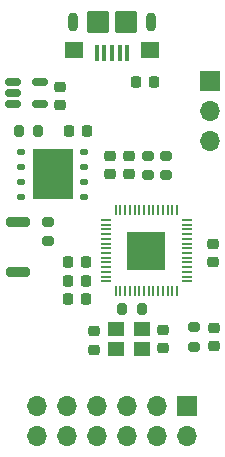
<source format=gbr>
%TF.GenerationSoftware,KiCad,Pcbnew,7.0.9-7.0.9~ubuntu22.04.1*%
%TF.CreationDate,2023-12-01T21:26:13+01:00*%
%TF.ProjectId,rp2040_pmod,72703230-3430-45f7-906d-6f642e6b6963,rev?*%
%TF.SameCoordinates,Original*%
%TF.FileFunction,Soldermask,Top*%
%TF.FilePolarity,Negative*%
%FSLAX46Y46*%
G04 Gerber Fmt 4.6, Leading zero omitted, Abs format (unit mm)*
G04 Created by KiCad (PCBNEW 7.0.9-7.0.9~ubuntu22.04.1) date 2023-12-01 21:26:13*
%MOMM*%
%LPD*%
G01*
G04 APERTURE LIST*
G04 Aperture macros list*
%AMRoundRect*
0 Rectangle with rounded corners*
0 $1 Rounding radius*
0 $2 $3 $4 $5 $6 $7 $8 $9 X,Y pos of 4 corners*
0 Add a 4 corners polygon primitive as box body*
4,1,4,$2,$3,$4,$5,$6,$7,$8,$9,$2,$3,0*
0 Add four circle primitives for the rounded corners*
1,1,$1+$1,$2,$3*
1,1,$1+$1,$4,$5*
1,1,$1+$1,$6,$7*
1,1,$1+$1,$8,$9*
0 Add four rect primitives between the rounded corners*
20,1,$1+$1,$2,$3,$4,$5,0*
20,1,$1+$1,$4,$5,$6,$7,0*
20,1,$1+$1,$6,$7,$8,$9,0*
20,1,$1+$1,$8,$9,$2,$3,0*%
G04 Aperture macros list end*
%ADD10R,1.400000X1.200000*%
%ADD11RoundRect,0.225000X-0.250000X0.225000X-0.250000X-0.225000X0.250000X-0.225000X0.250000X0.225000X0*%
%ADD12RoundRect,0.200000X0.800000X-0.200000X0.800000X0.200000X-0.800000X0.200000X-0.800000X-0.200000X0*%
%ADD13RoundRect,0.225000X0.225000X0.250000X-0.225000X0.250000X-0.225000X-0.250000X0.225000X-0.250000X0*%
%ADD14RoundRect,0.100000X0.100000X0.575000X-0.100000X0.575000X-0.100000X-0.575000X0.100000X-0.575000X0*%
%ADD15O,0.900000X1.600000*%
%ADD16RoundRect,0.250000X0.550000X0.450000X-0.550000X0.450000X-0.550000X-0.450000X0.550000X-0.450000X0*%
%ADD17RoundRect,0.250000X0.700000X0.700000X-0.700000X0.700000X-0.700000X-0.700000X0.700000X-0.700000X0*%
%ADD18RoundRect,0.200000X-0.200000X-0.275000X0.200000X-0.275000X0.200000X0.275000X-0.200000X0.275000X0*%
%ADD19RoundRect,0.218750X0.256250X-0.218750X0.256250X0.218750X-0.256250X0.218750X-0.256250X-0.218750X0*%
%ADD20R,1.700000X1.700000*%
%ADD21O,1.700000X1.700000*%
%ADD22RoundRect,0.125000X-0.250000X-0.125000X0.250000X-0.125000X0.250000X0.125000X-0.250000X0.125000X0*%
%ADD23R,3.400000X4.300000*%
%ADD24RoundRect,0.225000X-0.225000X-0.250000X0.225000X-0.250000X0.225000X0.250000X-0.225000X0.250000X0*%
%ADD25RoundRect,0.225000X0.250000X-0.225000X0.250000X0.225000X-0.250000X0.225000X-0.250000X-0.225000X0*%
%ADD26RoundRect,0.200000X-0.275000X0.200000X-0.275000X-0.200000X0.275000X-0.200000X0.275000X0.200000X0*%
%ADD27RoundRect,0.200000X0.275000X-0.200000X0.275000X0.200000X-0.275000X0.200000X-0.275000X-0.200000X0*%
%ADD28RoundRect,0.150000X-0.512500X-0.150000X0.512500X-0.150000X0.512500X0.150000X-0.512500X0.150000X0*%
%ADD29RoundRect,0.050000X-0.387500X-0.050000X0.387500X-0.050000X0.387500X0.050000X-0.387500X0.050000X0*%
%ADD30RoundRect,0.050000X-0.050000X-0.387500X0.050000X-0.387500X0.050000X0.387500X-0.050000X0.387500X0*%
%ADD31R,3.200000X3.200000*%
G04 APERTURE END LIST*
D10*
%TO.C,Y1*%
X140300000Y-99250000D03*
X142500000Y-99250000D03*
X142500000Y-97550000D03*
X140300000Y-97550000D03*
%TD*%
D11*
%TO.C,C3*%
X138500000Y-97725000D03*
X138500000Y-99275000D03*
%TD*%
D12*
%TO.C,SW1*%
X132000000Y-92700000D03*
X132000000Y-88500000D03*
%TD*%
D13*
%TO.C,C1*%
X137875000Y-80800000D03*
X136325000Y-80800000D03*
%TD*%
D14*
%TO.C,J2*%
X141300000Y-74180000D03*
X140650000Y-74180000D03*
X140000000Y-74180000D03*
X139350000Y-74180000D03*
X138700000Y-74180000D03*
D15*
X143300000Y-71505000D03*
D16*
X143200000Y-73955000D03*
D17*
X141200000Y-71505000D03*
X138800000Y-71505000D03*
D16*
X136800000Y-73955000D03*
D15*
X136700000Y-71505000D03*
%TD*%
D18*
%TO.C,R4*%
X132075000Y-80800000D03*
X133725000Y-80800000D03*
%TD*%
D19*
%TO.C,D1*%
X148600000Y-98987500D03*
X148600000Y-97412500D03*
%TD*%
D20*
%TO.C,J3*%
X148300000Y-76520000D03*
D21*
X148300000Y-79060000D03*
X148300000Y-81600000D03*
%TD*%
D22*
%TO.C,U2*%
X132260000Y-82520000D03*
X132260000Y-83790000D03*
X132260000Y-85060000D03*
X132260000Y-86330000D03*
X137660000Y-86330000D03*
X137660000Y-85060000D03*
X137660000Y-83790000D03*
X137660000Y-82520000D03*
D23*
X134960000Y-84425000D03*
%TD*%
D24*
%TO.C,C7*%
X136260000Y-93460000D03*
X137810000Y-93460000D03*
%TD*%
D11*
%TO.C,C4*%
X141400000Y-82900000D03*
X141400000Y-84450000D03*
%TD*%
%TO.C,C9*%
X148500000Y-90325000D03*
X148500000Y-91875000D03*
%TD*%
D25*
%TO.C,C2*%
X144300000Y-99175000D03*
X144300000Y-97625000D03*
%TD*%
D20*
%TO.C,J1*%
X146350000Y-104060000D03*
D21*
X146350000Y-106600000D03*
X143810000Y-104060000D03*
X143810000Y-106600000D03*
X141270000Y-104060000D03*
X141270000Y-106600000D03*
X138730000Y-104060000D03*
X138730000Y-106600000D03*
X136190000Y-104060000D03*
X136190000Y-106600000D03*
X133650000Y-104060000D03*
X133650000Y-106600000D03*
%TD*%
D26*
%TO.C,R1*%
X143000000Y-82875000D03*
X143000000Y-84525000D03*
%TD*%
D11*
%TO.C,C5*%
X139800000Y-82900000D03*
X139800000Y-84450000D03*
%TD*%
D25*
%TO.C,C11*%
X135600000Y-78575000D03*
X135600000Y-77025000D03*
%TD*%
D26*
%TO.C,R2*%
X144600000Y-82875000D03*
X144600000Y-84525000D03*
%TD*%
D13*
%TO.C,C10*%
X143575000Y-76600000D03*
X142025000Y-76600000D03*
%TD*%
D27*
%TO.C,R6*%
X146900000Y-99025000D03*
X146900000Y-97375000D03*
%TD*%
%TO.C,R5*%
X134600000Y-90125000D03*
X134600000Y-88475000D03*
%TD*%
D24*
%TO.C,C6*%
X136225000Y-91900000D03*
X137775000Y-91900000D03*
%TD*%
D18*
%TO.C,R3*%
X140875000Y-95800000D03*
X142525000Y-95800000D03*
%TD*%
D28*
%TO.C,U3*%
X131625000Y-76600000D03*
X131625000Y-77550000D03*
X131625000Y-78500000D03*
X133900000Y-78500000D03*
X133900000Y-76600000D03*
%TD*%
D24*
%TO.C,C8*%
X136250000Y-95000000D03*
X137800000Y-95000000D03*
%TD*%
D29*
%TO.C,U1*%
X139462500Y-88300000D03*
X139462500Y-88700000D03*
X139462500Y-89100000D03*
X139462500Y-89500000D03*
X139462500Y-89900000D03*
X139462500Y-90300000D03*
X139462500Y-90700000D03*
X139462500Y-91100000D03*
X139462500Y-91500000D03*
X139462500Y-91900000D03*
X139462500Y-92300000D03*
X139462500Y-92700000D03*
X139462500Y-93100000D03*
X139462500Y-93500000D03*
D30*
X140300000Y-94337500D03*
X140700000Y-94337500D03*
X141100000Y-94337500D03*
X141500000Y-94337500D03*
X141900000Y-94337500D03*
X142300000Y-94337500D03*
X142700000Y-94337500D03*
X143100000Y-94337500D03*
X143500000Y-94337500D03*
X143900000Y-94337500D03*
X144300000Y-94337500D03*
X144700000Y-94337500D03*
X145100000Y-94337500D03*
X145500000Y-94337500D03*
D29*
X146337500Y-93500000D03*
X146337500Y-93100000D03*
X146337500Y-92700000D03*
X146337500Y-92300000D03*
X146337500Y-91900000D03*
X146337500Y-91500000D03*
X146337500Y-91100000D03*
X146337500Y-90700000D03*
X146337500Y-90300000D03*
X146337500Y-89900000D03*
X146337500Y-89500000D03*
X146337500Y-89100000D03*
X146337500Y-88700000D03*
X146337500Y-88300000D03*
D30*
X145500000Y-87462500D03*
X145100000Y-87462500D03*
X144700000Y-87462500D03*
X144300000Y-87462500D03*
X143900000Y-87462500D03*
X143500000Y-87462500D03*
X143100000Y-87462500D03*
X142700000Y-87462500D03*
X142300000Y-87462500D03*
X141900000Y-87462500D03*
X141500000Y-87462500D03*
X141100000Y-87462500D03*
X140700000Y-87462500D03*
X140300000Y-87462500D03*
D31*
X142900000Y-90900000D03*
%TD*%
M02*

</source>
